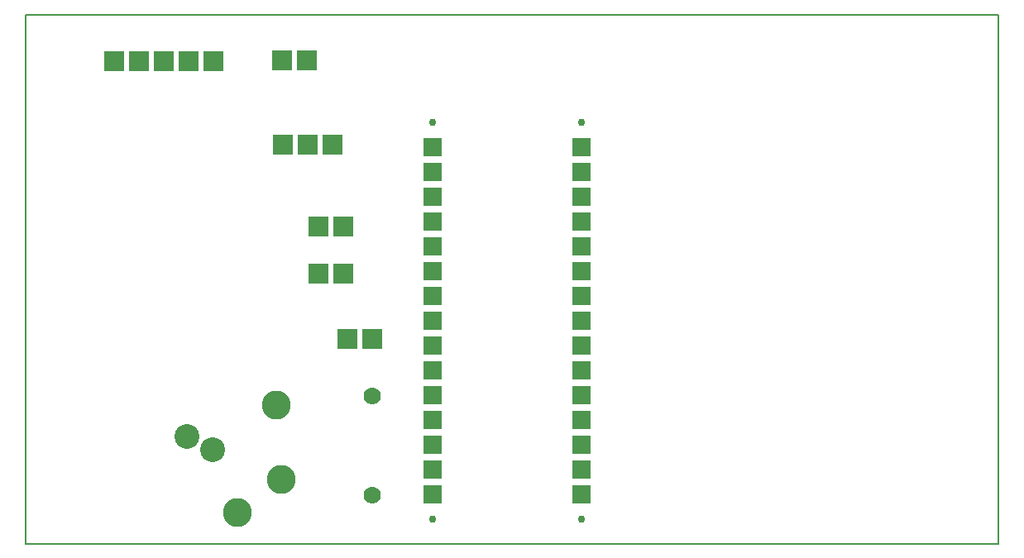
<source format=gbr>
G04 PROTEUS GERBER X2 FILE*
%TF.GenerationSoftware,Labcenter,Proteus,8.9-SP0-Build27865*%
%TF.CreationDate,2021-05-25T10:58:27+00:00*%
%TF.FileFunction,Copper,L1,Top*%
%TF.FilePolarity,Positive*%
%TF.Part,Single*%
%TF.SameCoordinates,{7e8d9f27-8a4e-4830-a77b-d38f9a277b4e}*%
%FSLAX45Y45*%
%MOMM*%
G01*
%TA.AperFunction,ComponentPad*%
%ADD10R,1.905000X1.905000*%
%ADD11C,0.762000*%
%TA.AperFunction,ComponentPad*%
%ADD12C,2.960000*%
%ADD13C,2.540000*%
%TA.AperFunction,ComponentPad*%
%ADD14R,2.032000X2.032000*%
%ADD15C,1.778000*%
%TA.AperFunction,Profile*%
%ADD16C,0.203200*%
%TD.AperFunction*%
D10*
X+4200000Y-1750000D03*
X+4200000Y-2004000D03*
X+4200000Y-2258000D03*
X+4200000Y-2512000D03*
X+4200000Y-2766000D03*
X+4200000Y-3020000D03*
X+4200000Y-3274000D03*
X+4200000Y-3528000D03*
X+4200000Y-3782000D03*
X+4200000Y-4036000D03*
X+4200000Y-4290000D03*
X+4200000Y-4544000D03*
X+4200000Y-4798000D03*
X+4200000Y-5052000D03*
X+4200000Y-5306000D03*
X+5724000Y-1750000D03*
X+5724000Y-2004000D03*
X+5724000Y-2258000D03*
X+5724000Y-2512000D03*
X+5724000Y-2766000D03*
X+5724000Y-3020000D03*
X+5724000Y-3274000D03*
X+5724000Y-3528000D03*
X+5724000Y-3782000D03*
X+5724000Y-4036000D03*
X+5724000Y-4290000D03*
X+5724000Y-4544000D03*
X+5724000Y-4798000D03*
X+5724000Y-5052000D03*
X+5724000Y-5306000D03*
D11*
X+4200000Y-1496000D03*
X+4200000Y-5560000D03*
X+5724000Y-5560000D03*
X+5724000Y-1496000D03*
D12*
X+2200000Y-5490000D03*
D13*
X+1680000Y-4710000D03*
X+1950000Y-4850000D03*
D12*
X+2600000Y-4390000D03*
X+2650000Y-5150000D03*
D14*
X+2660000Y-860000D03*
X+2914000Y-860000D03*
D15*
X+3580000Y-5310000D03*
X+3580000Y-4294000D03*
D14*
X+3580000Y-3710000D03*
X+3326000Y-3710000D03*
X+3174000Y-1720000D03*
X+2920000Y-1720000D03*
X+2666000Y-1720000D03*
X+1958000Y-870000D03*
X+1704000Y-870000D03*
X+1450000Y-870000D03*
X+1196000Y-870000D03*
X+942000Y-870000D03*
X+3280000Y-2560000D03*
X+3026000Y-2560000D03*
X+3026000Y-3040000D03*
X+3280000Y-3040000D03*
D16*
X+30000Y-5810000D02*
X+9990000Y-5810000D01*
X+9990000Y-390000D01*
X+30000Y-390000D01*
X+30000Y-5810000D01*
M02*

</source>
